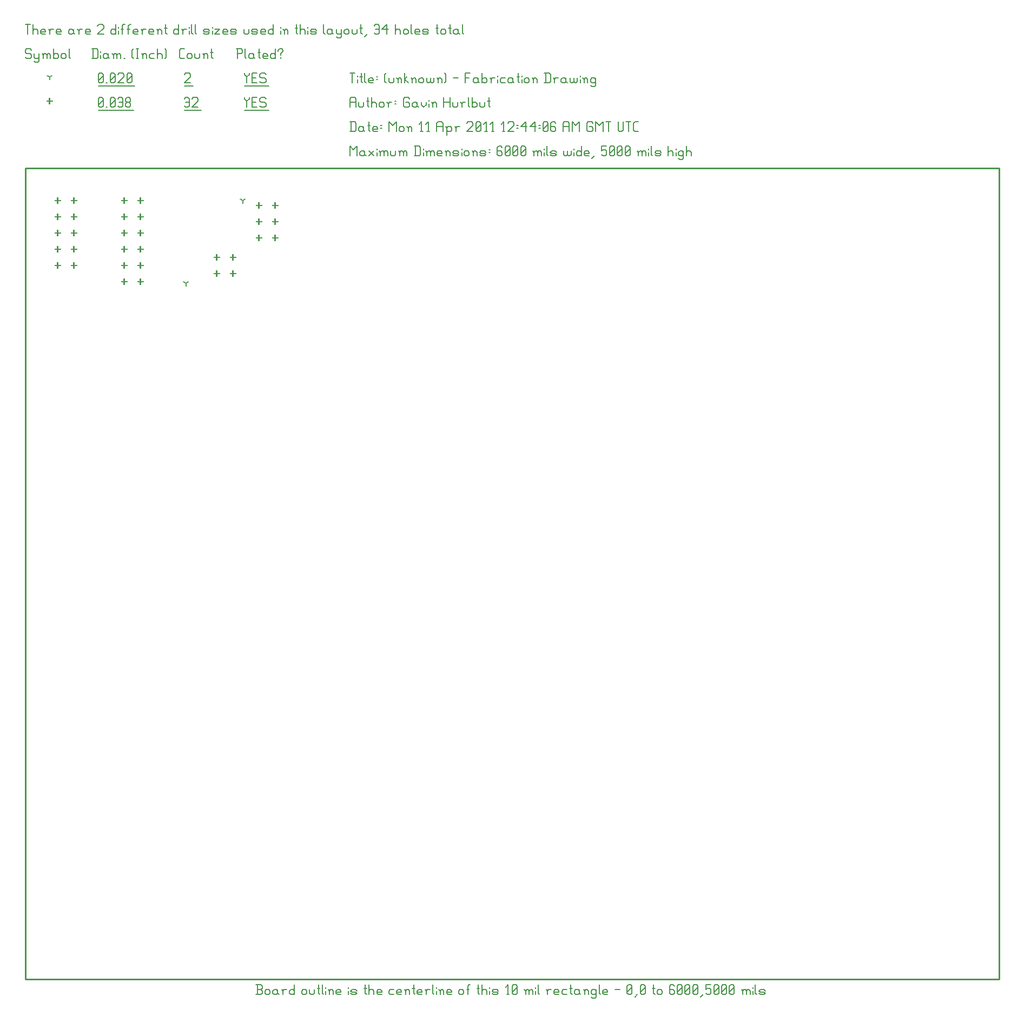
<source format=gbr>
G04 start of page 9 for group -3984 idx -3984 *
G04 Title: (unknown), fab *
G04 Creator: pcb 20091103 *
G04 CreationDate: Mon 11 Apr 2011 12:44:06 AM GMT UTC *
G04 For: gjhurlbu *
G04 Format: Gerber/RS-274X *
G04 PCB-Dimensions: 600000 500000 *
G04 PCB-Coordinate-Origin: lower left *
%MOIN*%
%FSLAX25Y25*%
%LNFAB*%
%ADD11C,0.0100*%
%ADD25R,0.0080X0.0080*%
%ADD26C,0.0060*%
G54D25*X118000Y446600D02*Y443400D01*
X116400Y445000D02*X119600D01*
X118000Y436600D02*Y433400D01*
X116400Y435000D02*X119600D01*
X128000Y446600D02*Y443400D01*
X126400Y445000D02*X129600D01*
X128000Y436600D02*Y433400D01*
X126400Y435000D02*X129600D01*
X144000Y478600D02*Y475400D01*
X142400Y477000D02*X145600D01*
X154000Y478600D02*Y475400D01*
X152400Y477000D02*X155600D01*
X144000Y468600D02*Y465400D01*
X142400Y467000D02*X145600D01*
X154000Y468600D02*Y465400D01*
X152400Y467000D02*X155600D01*
X144000Y458600D02*Y455400D01*
X142400Y457000D02*X145600D01*
X154000Y458600D02*Y455400D01*
X152400Y457000D02*X155600D01*
X61000Y481600D02*Y478400D01*
X59400Y480000D02*X62600D01*
X71000Y481600D02*Y478400D01*
X69400Y480000D02*X72600D01*
X61000Y471600D02*Y468400D01*
X59400Y470000D02*X62600D01*
X71000Y471600D02*Y468400D01*
X69400Y470000D02*X72600D01*
X61000Y461600D02*Y458400D01*
X59400Y460000D02*X62600D01*
X71000Y461600D02*Y458400D01*
X69400Y460000D02*X72600D01*
X61000Y451600D02*Y448400D01*
X59400Y450000D02*X62600D01*
X71000Y451600D02*Y448400D01*
X69400Y450000D02*X72600D01*
X61000Y441600D02*Y438400D01*
X59400Y440000D02*X62600D01*
X71000Y441600D02*Y438400D01*
X69400Y440000D02*X72600D01*
X61000Y431600D02*Y428400D01*
X59400Y430000D02*X62600D01*
X71000Y431600D02*Y428400D01*
X69400Y430000D02*X72600D01*
X20000Y481600D02*Y478400D01*
X18400Y480000D02*X21600D01*
X30000Y481600D02*Y478400D01*
X28400Y480000D02*X31600D01*
X20000Y471600D02*Y468400D01*
X18400Y470000D02*X21600D01*
X30000Y471600D02*Y468400D01*
X28400Y470000D02*X31600D01*
X20000Y461600D02*Y458400D01*
X18400Y460000D02*X21600D01*
X30000Y461600D02*Y458400D01*
X28400Y460000D02*X31600D01*
X20000Y451600D02*Y448400D01*
X18400Y450000D02*X21600D01*
X30000Y451600D02*Y448400D01*
X28400Y450000D02*X31600D01*
X20000Y441600D02*Y438400D01*
X18400Y440000D02*X21600D01*
X30000Y441600D02*Y438400D01*
X28400Y440000D02*X31600D01*
X15000Y542850D02*Y539650D01*
X13400Y541250D02*X16600D01*
G54D26*X135000Y543500D02*Y542750D01*
X136500Y541250D01*
X138000Y542750D01*
Y543500D02*Y542750D01*
X136500Y541250D02*Y537500D01*
X139801Y540500D02*X142051D01*
X139801Y537500D02*X142801D01*
X139801Y543500D02*Y537500D01*
Y543500D02*X142801D01*
X147603D02*X148353Y542750D01*
X145353Y543500D02*X147603D01*
X144603Y542750D02*X145353Y543500D01*
X144603Y542750D02*Y541250D01*
X145353Y540500D01*
X147603D01*
X148353Y539750D01*
Y538250D01*
X147603Y537500D02*X148353Y538250D01*
X145353Y537500D02*X147603D01*
X144603Y538250D02*X145353Y537500D01*
X135000Y535749D02*X150154D01*
X98000Y542750D02*X98750Y543500D01*
X100250D01*
X101000Y542750D01*
Y538250D01*
X100250Y537500D02*X101000Y538250D01*
X98750Y537500D02*X100250D01*
X98000Y538250D02*X98750Y537500D01*
Y540500D02*X101000D01*
X102801Y542750D02*X103551Y543500D01*
X105801D01*
X106551Y542750D01*
Y541250D01*
X102801Y537500D02*X106551Y541250D01*
X102801Y537500D02*X106551D01*
X98000Y535749D02*X108353D01*
X45000Y538250D02*X45750Y537500D01*
X45000Y542750D02*Y538250D01*
Y542750D02*X45750Y543500D01*
X47250D01*
X48000Y542750D01*
Y538250D01*
X47250Y537500D02*X48000Y538250D01*
X45750Y537500D02*X47250D01*
X45000Y539000D02*X48000Y542000D01*
X49801Y537500D02*X50551D01*
X52353Y538250D02*X53103Y537500D01*
X52353Y542750D02*Y538250D01*
Y542750D02*X53103Y543500D01*
X54603D01*
X55353Y542750D01*
Y538250D01*
X54603Y537500D02*X55353Y538250D01*
X53103Y537500D02*X54603D01*
X52353Y539000D02*X55353Y542000D01*
X57154Y542750D02*X57904Y543500D01*
X59404D01*
X60154Y542750D01*
Y538250D01*
X59404Y537500D02*X60154Y538250D01*
X57904Y537500D02*X59404D01*
X57154Y538250D02*X57904Y537500D01*
Y540500D02*X60154D01*
X61956Y538250D02*X62706Y537500D01*
X61956Y539750D02*Y538250D01*
Y539750D02*X62706Y540500D01*
X64206D01*
X64956Y539750D01*
Y538250D01*
X64206Y537500D02*X64956Y538250D01*
X62706Y537500D02*X64206D01*
X61956Y541250D02*X62706Y540500D01*
X61956Y542750D02*Y541250D01*
Y542750D02*X62706Y543500D01*
X64206D01*
X64956Y542750D01*
Y541250D01*
X64206Y540500D02*X64956Y541250D01*
X45000Y535749D02*X66757D01*
X134000Y480000D02*Y478400D01*
Y480000D02*X135386Y480800D01*
X134000Y480000D02*X132614Y480800D01*
X99000Y429000D02*Y427400D01*
Y429000D02*X100386Y429800D01*
X99000Y429000D02*X97614Y429800D01*
X15000Y556250D02*Y554650D01*
Y556250D02*X16386Y557050D01*
X15000Y556250D02*X13614Y557050D01*
X135000Y558500D02*Y557750D01*
X136500Y556250D01*
X138000Y557750D01*
Y558500D02*Y557750D01*
X136500Y556250D02*Y552500D01*
X139801Y555500D02*X142051D01*
X139801Y552500D02*X142801D01*
X139801Y558500D02*Y552500D01*
Y558500D02*X142801D01*
X147603D02*X148353Y557750D01*
X145353Y558500D02*X147603D01*
X144603Y557750D02*X145353Y558500D01*
X144603Y557750D02*Y556250D01*
X145353Y555500D01*
X147603D01*
X148353Y554750D01*
Y553250D01*
X147603Y552500D02*X148353Y553250D01*
X145353Y552500D02*X147603D01*
X144603Y553250D02*X145353Y552500D01*
X135000Y550749D02*X150154D01*
X98000Y557750D02*X98750Y558500D01*
X101000D01*
X101750Y557750D01*
Y556250D01*
X98000Y552500D02*X101750Y556250D01*
X98000Y552500D02*X101750D01*
X98000Y550749D02*X103551D01*
X45000Y553250D02*X45750Y552500D01*
X45000Y557750D02*Y553250D01*
Y557750D02*X45750Y558500D01*
X47250D01*
X48000Y557750D01*
Y553250D01*
X47250Y552500D02*X48000Y553250D01*
X45750Y552500D02*X47250D01*
X45000Y554000D02*X48000Y557000D01*
X49801Y552500D02*X50551D01*
X52353Y553250D02*X53103Y552500D01*
X52353Y557750D02*Y553250D01*
Y557750D02*X53103Y558500D01*
X54603D01*
X55353Y557750D01*
Y553250D01*
X54603Y552500D02*X55353Y553250D01*
X53103Y552500D02*X54603D01*
X52353Y554000D02*X55353Y557000D01*
X57154Y557750D02*X57904Y558500D01*
X60154D01*
X60904Y557750D01*
Y556250D01*
X57154Y552500D02*X60904Y556250D01*
X57154Y552500D02*X60904D01*
X62706Y553250D02*X63456Y552500D01*
X62706Y557750D02*Y553250D01*
Y557750D02*X63456Y558500D01*
X64956D01*
X65706Y557750D01*
Y553250D01*
X64956Y552500D02*X65706Y553250D01*
X63456Y552500D02*X64956D01*
X62706Y554000D02*X65706Y557000D01*
X45000Y550749D02*X67507D01*
X3000Y573500D02*X3750Y572750D01*
X750Y573500D02*X3000D01*
X0Y572750D02*X750Y573500D01*
X0Y572750D02*Y571250D01*
X750Y570500D01*
X3000D01*
X3750Y569750D01*
Y568250D01*
X3000Y567500D02*X3750Y568250D01*
X750Y567500D02*X3000D01*
X0Y568250D02*X750Y567500D01*
X5551Y570500D02*Y568250D01*
X6301Y567500D01*
X8551Y570500D02*Y566000D01*
X7801Y565250D02*X8551Y566000D01*
X6301Y565250D02*X7801D01*
X5551Y566000D02*X6301Y565250D01*
Y567500D02*X7801D01*
X8551Y568250D01*
X11103Y569750D02*Y567500D01*
Y569750D02*X11853Y570500D01*
X12603D01*
X13353Y569750D01*
Y567500D01*
Y569750D02*X14103Y570500D01*
X14853D01*
X15603Y569750D01*
Y567500D01*
X10353Y570500D02*X11103Y569750D01*
X17404Y573500D02*Y567500D01*
Y568250D02*X18154Y567500D01*
X19654D01*
X20404Y568250D01*
Y569750D02*Y568250D01*
X19654Y570500D02*X20404Y569750D01*
X18154Y570500D02*X19654D01*
X17404Y569750D02*X18154Y570500D01*
X22206Y569750D02*Y568250D01*
Y569750D02*X22956Y570500D01*
X24456D01*
X25206Y569750D01*
Y568250D01*
X24456Y567500D02*X25206Y568250D01*
X22956Y567500D02*X24456D01*
X22206Y568250D02*X22956Y567500D01*
X27007Y573500D02*Y568250D01*
X27757Y567500D01*
X41750Y573500D02*Y567500D01*
X44000Y573500D02*X44750Y572750D01*
Y568250D01*
X44000Y567500D02*X44750Y568250D01*
X41000Y567500D02*X44000D01*
X41000Y573500D02*X44000D01*
X46551Y572000D02*Y571250D01*
Y569750D02*Y567500D01*
X50303Y570500D02*X51053Y569750D01*
X48803Y570500D02*X50303D01*
X48053Y569750D02*X48803Y570500D01*
X48053Y569750D02*Y568250D01*
X48803Y567500D01*
X51053Y570500D02*Y568250D01*
X51803Y567500D01*
X48803D02*X50303D01*
X51053Y568250D01*
X54354Y569750D02*Y567500D01*
Y569750D02*X55104Y570500D01*
X55854D01*
X56604Y569750D01*
Y567500D01*
Y569750D02*X57354Y570500D01*
X58104D01*
X58854Y569750D01*
Y567500D01*
X53604Y570500D02*X54354Y569750D01*
X60656Y567500D02*X61406D01*
X65907Y568250D02*X66657Y567500D01*
X65907Y572750D02*X66657Y573500D01*
X65907Y572750D02*Y568250D01*
X68459Y573500D02*X69959D01*
X69209D02*Y567500D01*
X68459D02*X69959D01*
X72510Y569750D02*Y567500D01*
Y569750D02*X73260Y570500D01*
X74010D01*
X74760Y569750D01*
Y567500D01*
X71760Y570500D02*X72510Y569750D01*
X77312Y570500D02*X79562D01*
X76562Y569750D02*X77312Y570500D01*
X76562Y569750D02*Y568250D01*
X77312Y567500D01*
X79562D01*
X81363Y573500D02*Y567500D01*
Y569750D02*X82113Y570500D01*
X83613D01*
X84363Y569750D01*
Y567500D01*
X86165Y573500D02*X86915Y572750D01*
Y568250D01*
X86165Y567500D02*X86915Y568250D01*
X95750Y567500D02*X98000D01*
X95000Y568250D02*X95750Y567500D01*
X95000Y572750D02*Y568250D01*
Y572750D02*X95750Y573500D01*
X98000D01*
X99801Y569750D02*Y568250D01*
Y569750D02*X100551Y570500D01*
X102051D01*
X102801Y569750D01*
Y568250D01*
X102051Y567500D02*X102801Y568250D01*
X100551Y567500D02*X102051D01*
X99801Y568250D02*X100551Y567500D01*
X104603Y570500D02*Y568250D01*
X105353Y567500D01*
X106853D01*
X107603Y568250D01*
Y570500D02*Y568250D01*
X110154Y569750D02*Y567500D01*
Y569750D02*X110904Y570500D01*
X111654D01*
X112404Y569750D01*
Y567500D01*
X109404Y570500D02*X110154Y569750D01*
X114956Y573500D02*Y568250D01*
X115706Y567500D01*
X114206Y571250D02*X115706D01*
X130750Y573500D02*Y567500D01*
X130000Y573500D02*X133000D01*
X133750Y572750D01*
Y571250D01*
X133000Y570500D02*X133750Y571250D01*
X130750Y570500D02*X133000D01*
X135551Y573500D02*Y568250D01*
X136301Y567500D01*
X140053Y570500D02*X140803Y569750D01*
X138553Y570500D02*X140053D01*
X137803Y569750D02*X138553Y570500D01*
X137803Y569750D02*Y568250D01*
X138553Y567500D01*
X140803Y570500D02*Y568250D01*
X141553Y567500D01*
X138553D02*X140053D01*
X140803Y568250D01*
X144104Y573500D02*Y568250D01*
X144854Y567500D01*
X143354Y571250D02*X144854D01*
X147106Y567500D02*X149356D01*
X146356Y568250D02*X147106Y567500D01*
X146356Y569750D02*Y568250D01*
Y569750D02*X147106Y570500D01*
X148606D01*
X149356Y569750D01*
X146356Y569000D02*X149356D01*
Y569750D02*Y569000D01*
X154157Y573500D02*Y567500D01*
X153407D02*X154157Y568250D01*
X151907Y567500D02*X153407D01*
X151157Y568250D02*X151907Y567500D01*
X151157Y569750D02*Y568250D01*
Y569750D02*X151907Y570500D01*
X153407D01*
X154157Y569750D01*
X157459Y570500D02*Y569750D01*
Y568250D02*Y567500D01*
X155959Y572750D02*Y572000D01*
Y572750D02*X156709Y573500D01*
X158209D01*
X158959Y572750D01*
Y572000D01*
X157459Y570500D02*X158959Y572000D01*
X0Y588500D02*X3000D01*
X1500D02*Y582500D01*
X4801Y588500D02*Y582500D01*
Y584750D02*X5551Y585500D01*
X7051D01*
X7801Y584750D01*
Y582500D01*
X10353D02*X12603D01*
X9603Y583250D02*X10353Y582500D01*
X9603Y584750D02*Y583250D01*
Y584750D02*X10353Y585500D01*
X11853D01*
X12603Y584750D01*
X9603Y584000D02*X12603D01*
Y584750D02*Y584000D01*
X15154Y584750D02*Y582500D01*
Y584750D02*X15904Y585500D01*
X17404D01*
X14404D02*X15154Y584750D01*
X19956Y582500D02*X22206D01*
X19206Y583250D02*X19956Y582500D01*
X19206Y584750D02*Y583250D01*
Y584750D02*X19956Y585500D01*
X21456D01*
X22206Y584750D01*
X19206Y584000D02*X22206D01*
Y584750D02*Y584000D01*
X28957Y585500D02*X29707Y584750D01*
X27457Y585500D02*X28957D01*
X26707Y584750D02*X27457Y585500D01*
X26707Y584750D02*Y583250D01*
X27457Y582500D01*
X29707Y585500D02*Y583250D01*
X30457Y582500D01*
X27457D02*X28957D01*
X29707Y583250D01*
X33009Y584750D02*Y582500D01*
Y584750D02*X33759Y585500D01*
X35259D01*
X32259D02*X33009Y584750D01*
X37810Y582500D02*X40060D01*
X37060Y583250D02*X37810Y582500D01*
X37060Y584750D02*Y583250D01*
Y584750D02*X37810Y585500D01*
X39310D01*
X40060Y584750D01*
X37060Y584000D02*X40060D01*
Y584750D02*Y584000D01*
X44562Y587750D02*X45312Y588500D01*
X47562D01*
X48312Y587750D01*
Y586250D01*
X44562Y582500D02*X48312Y586250D01*
X44562Y582500D02*X48312D01*
X55813Y588500D02*Y582500D01*
X55063D02*X55813Y583250D01*
X53563Y582500D02*X55063D01*
X52813Y583250D02*X53563Y582500D01*
X52813Y584750D02*Y583250D01*
Y584750D02*X53563Y585500D01*
X55063D01*
X55813Y584750D01*
X57615Y587000D02*Y586250D01*
Y584750D02*Y582500D01*
X59866Y587750D02*Y582500D01*
Y587750D02*X60616Y588500D01*
X61366D01*
X59116Y585500D02*X60616D01*
X63618Y587750D02*Y582500D01*
Y587750D02*X64368Y588500D01*
X65118D01*
X62868Y585500D02*X64368D01*
X67369Y582500D02*X69619D01*
X66619Y583250D02*X67369Y582500D01*
X66619Y584750D02*Y583250D01*
Y584750D02*X67369Y585500D01*
X68869D01*
X69619Y584750D01*
X66619Y584000D02*X69619D01*
Y584750D02*Y584000D01*
X72171Y584750D02*Y582500D01*
Y584750D02*X72921Y585500D01*
X74421D01*
X71421D02*X72171Y584750D01*
X76972Y582500D02*X79222D01*
X76222Y583250D02*X76972Y582500D01*
X76222Y584750D02*Y583250D01*
Y584750D02*X76972Y585500D01*
X78472D01*
X79222Y584750D01*
X76222Y584000D02*X79222D01*
Y584750D02*Y584000D01*
X81774Y584750D02*Y582500D01*
Y584750D02*X82524Y585500D01*
X83274D01*
X84024Y584750D01*
Y582500D01*
X81024Y585500D02*X81774Y584750D01*
X86575Y588500D02*Y583250D01*
X87325Y582500D01*
X85825Y586250D02*X87325D01*
X94527Y588500D02*Y582500D01*
X93777D02*X94527Y583250D01*
X92277Y582500D02*X93777D01*
X91527Y583250D02*X92277Y582500D01*
X91527Y584750D02*Y583250D01*
Y584750D02*X92277Y585500D01*
X93777D01*
X94527Y584750D01*
X97078D02*Y582500D01*
Y584750D02*X97828Y585500D01*
X99328D01*
X96328D02*X97078Y584750D01*
X101130Y587000D02*Y586250D01*
Y584750D02*Y582500D01*
X102631Y588500D02*Y583250D01*
X103381Y582500D01*
X104883Y588500D02*Y583250D01*
X105633Y582500D01*
X110584D02*X112834D01*
X113584Y583250D01*
X112834Y584000D02*X113584Y583250D01*
X110584Y584000D02*X112834D01*
X109834Y584750D02*X110584Y584000D01*
X109834Y584750D02*X110584Y585500D01*
X112834D01*
X113584Y584750D01*
X109834Y583250D02*X110584Y582500D01*
X115386Y587000D02*Y586250D01*
Y584750D02*Y582500D01*
X116887Y585500D02*X119887D01*
X116887Y582500D02*X119887Y585500D01*
X116887Y582500D02*X119887D01*
X122439D02*X124689D01*
X121689Y583250D02*X122439Y582500D01*
X121689Y584750D02*Y583250D01*
Y584750D02*X122439Y585500D01*
X123939D01*
X124689Y584750D01*
X121689Y584000D02*X124689D01*
Y584750D02*Y584000D01*
X127240Y582500D02*X129490D01*
X130240Y583250D01*
X129490Y584000D02*X130240Y583250D01*
X127240Y584000D02*X129490D01*
X126490Y584750D02*X127240Y584000D01*
X126490Y584750D02*X127240Y585500D01*
X129490D01*
X130240Y584750D01*
X126490Y583250D02*X127240Y582500D01*
X134742Y585500D02*Y583250D01*
X135492Y582500D01*
X136992D01*
X137742Y583250D01*
Y585500D02*Y583250D01*
X140293Y582500D02*X142543D01*
X143293Y583250D01*
X142543Y584000D02*X143293Y583250D01*
X140293Y584000D02*X142543D01*
X139543Y584750D02*X140293Y584000D01*
X139543Y584750D02*X140293Y585500D01*
X142543D01*
X143293Y584750D01*
X139543Y583250D02*X140293Y582500D01*
X145845D02*X148095D01*
X145095Y583250D02*X145845Y582500D01*
X145095Y584750D02*Y583250D01*
Y584750D02*X145845Y585500D01*
X147345D01*
X148095Y584750D01*
X145095Y584000D02*X148095D01*
Y584750D02*Y584000D01*
X152896Y588500D02*Y582500D01*
X152146D02*X152896Y583250D01*
X150646Y582500D02*X152146D01*
X149896Y583250D02*X150646Y582500D01*
X149896Y584750D02*Y583250D01*
Y584750D02*X150646Y585500D01*
X152146D01*
X152896Y584750D01*
X157398Y587000D02*Y586250D01*
Y584750D02*Y582500D01*
X159649Y584750D02*Y582500D01*
Y584750D02*X160399Y585500D01*
X161149D01*
X161899Y584750D01*
Y582500D01*
X158899Y585500D02*X159649Y584750D01*
X167151Y588500D02*Y583250D01*
X167901Y582500D01*
X166401Y586250D02*X167901D01*
X169402Y588500D02*Y582500D01*
Y584750D02*X170152Y585500D01*
X171652D01*
X172402Y584750D01*
Y582500D01*
X174204Y587000D02*Y586250D01*
Y584750D02*Y582500D01*
X176455D02*X178705D01*
X179455Y583250D01*
X178705Y584000D02*X179455Y583250D01*
X176455Y584000D02*X178705D01*
X175705Y584750D02*X176455Y584000D01*
X175705Y584750D02*X176455Y585500D01*
X178705D01*
X179455Y584750D01*
X175705Y583250D02*X176455Y582500D01*
X183957Y588500D02*Y583250D01*
X184707Y582500D01*
X188458Y585500D02*X189208Y584750D01*
X186958Y585500D02*X188458D01*
X186208Y584750D02*X186958Y585500D01*
X186208Y584750D02*Y583250D01*
X186958Y582500D01*
X189208Y585500D02*Y583250D01*
X189958Y582500D01*
X186958D02*X188458D01*
X189208Y583250D01*
X191760Y585500D02*Y583250D01*
X192510Y582500D01*
X194760Y585500D02*Y581000D01*
X194010Y580250D02*X194760Y581000D01*
X192510Y580250D02*X194010D01*
X191760Y581000D02*X192510Y580250D01*
Y582500D02*X194010D01*
X194760Y583250D01*
X196561Y584750D02*Y583250D01*
Y584750D02*X197311Y585500D01*
X198811D01*
X199561Y584750D01*
Y583250D01*
X198811Y582500D02*X199561Y583250D01*
X197311Y582500D02*X198811D01*
X196561Y583250D02*X197311Y582500D01*
X201363Y585500D02*Y583250D01*
X202113Y582500D01*
X203613D01*
X204363Y583250D01*
Y585500D02*Y583250D01*
X206914Y588500D02*Y583250D01*
X207664Y582500D01*
X206164Y586250D02*X207664D01*
X209166Y581000D02*X210666Y582500D01*
X215167Y587750D02*X215917Y588500D01*
X217417D01*
X218167Y587750D01*
Y583250D01*
X217417Y582500D02*X218167Y583250D01*
X215917Y582500D02*X217417D01*
X215167Y583250D02*X215917Y582500D01*
Y585500D02*X218167D01*
X219969D02*X222969Y588500D01*
X219969Y585500D02*X223719D01*
X222969Y588500D02*Y582500D01*
X228220Y588500D02*Y582500D01*
Y584750D02*X228970Y585500D01*
X230470D01*
X231220Y584750D01*
Y582500D01*
X233022Y584750D02*Y583250D01*
Y584750D02*X233772Y585500D01*
X235272D01*
X236022Y584750D01*
Y583250D01*
X235272Y582500D02*X236022Y583250D01*
X233772Y582500D02*X235272D01*
X233022Y583250D02*X233772Y582500D01*
X237823Y588500D02*Y583250D01*
X238573Y582500D01*
X240825D02*X243075D01*
X240075Y583250D02*X240825Y582500D01*
X240075Y584750D02*Y583250D01*
Y584750D02*X240825Y585500D01*
X242325D01*
X243075Y584750D01*
X240075Y584000D02*X243075D01*
Y584750D02*Y584000D01*
X245626Y582500D02*X247876D01*
X248626Y583250D01*
X247876Y584000D02*X248626Y583250D01*
X245626Y584000D02*X247876D01*
X244876Y584750D02*X245626Y584000D01*
X244876Y584750D02*X245626Y585500D01*
X247876D01*
X248626Y584750D01*
X244876Y583250D02*X245626Y582500D01*
X253878Y588500D02*Y583250D01*
X254628Y582500D01*
X253128Y586250D02*X254628D01*
X256129Y584750D02*Y583250D01*
Y584750D02*X256879Y585500D01*
X258379D01*
X259129Y584750D01*
Y583250D01*
X258379Y582500D02*X259129Y583250D01*
X256879Y582500D02*X258379D01*
X256129Y583250D02*X256879Y582500D01*
X261681Y588500D02*Y583250D01*
X262431Y582500D01*
X260931Y586250D02*X262431D01*
X266182Y585500D02*X266932Y584750D01*
X264682Y585500D02*X266182D01*
X263932Y584750D02*X264682Y585500D01*
X263932Y584750D02*Y583250D01*
X264682Y582500D01*
X266932Y585500D02*Y583250D01*
X267682Y582500D01*
X264682D02*X266182D01*
X266932Y583250D01*
X269484Y588500D02*Y583250D01*
X270234Y582500D01*
G54D11*X0Y500000D02*X600000D01*
X0D02*Y0D01*
X600000Y500000D02*Y0D01*
X0D02*X600000D01*
G54D26*X200000Y513500D02*Y507500D01*
Y513500D02*X202250Y511250D01*
X204500Y513500D01*
Y507500D01*
X208551Y510500D02*X209301Y509750D01*
X207051Y510500D02*X208551D01*
X206301Y509750D02*X207051Y510500D01*
X206301Y509750D02*Y508250D01*
X207051Y507500D01*
X209301Y510500D02*Y508250D01*
X210051Y507500D01*
X207051D02*X208551D01*
X209301Y508250D01*
X211853Y510500D02*X214853Y507500D01*
X211853D02*X214853Y510500D01*
X216654Y512000D02*Y511250D01*
Y509750D02*Y507500D01*
X218906Y509750D02*Y507500D01*
Y509750D02*X219656Y510500D01*
X220406D01*
X221156Y509750D01*
Y507500D01*
Y509750D02*X221906Y510500D01*
X222656D01*
X223406Y509750D01*
Y507500D01*
X218156Y510500D02*X218906Y509750D01*
X225207Y510500D02*Y508250D01*
X225957Y507500D01*
X227457D01*
X228207Y508250D01*
Y510500D02*Y508250D01*
X230759Y509750D02*Y507500D01*
Y509750D02*X231509Y510500D01*
X232259D01*
X233009Y509750D01*
Y507500D01*
Y509750D02*X233759Y510500D01*
X234509D01*
X235259Y509750D01*
Y507500D01*
X230009Y510500D02*X230759Y509750D01*
X240510Y513500D02*Y507500D01*
X242760Y513500D02*X243510Y512750D01*
Y508250D01*
X242760Y507500D02*X243510Y508250D01*
X239760Y507500D02*X242760D01*
X239760Y513500D02*X242760D01*
X245312Y512000D02*Y511250D01*
Y509750D02*Y507500D01*
X247563Y509750D02*Y507500D01*
Y509750D02*X248313Y510500D01*
X249063D01*
X249813Y509750D01*
Y507500D01*
Y509750D02*X250563Y510500D01*
X251313D01*
X252063Y509750D01*
Y507500D01*
X246813Y510500D02*X247563Y509750D01*
X254615Y507500D02*X256865D01*
X253865Y508250D02*X254615Y507500D01*
X253865Y509750D02*Y508250D01*
Y509750D02*X254615Y510500D01*
X256115D01*
X256865Y509750D01*
X253865Y509000D02*X256865D01*
Y509750D02*Y509000D01*
X259416Y509750D02*Y507500D01*
Y509750D02*X260166Y510500D01*
X260916D01*
X261666Y509750D01*
Y507500D01*
X258666Y510500D02*X259416Y509750D01*
X264218Y507500D02*X266468D01*
X267218Y508250D01*
X266468Y509000D02*X267218Y508250D01*
X264218Y509000D02*X266468D01*
X263468Y509750D02*X264218Y509000D01*
X263468Y509750D02*X264218Y510500D01*
X266468D01*
X267218Y509750D01*
X263468Y508250D02*X264218Y507500D01*
X269019Y512000D02*Y511250D01*
Y509750D02*Y507500D01*
X270521Y509750D02*Y508250D01*
Y509750D02*X271271Y510500D01*
X272771D01*
X273521Y509750D01*
Y508250D01*
X272771Y507500D02*X273521Y508250D01*
X271271Y507500D02*X272771D01*
X270521Y508250D02*X271271Y507500D01*
X276072Y509750D02*Y507500D01*
Y509750D02*X276822Y510500D01*
X277572D01*
X278322Y509750D01*
Y507500D01*
X275322Y510500D02*X276072Y509750D01*
X280874Y507500D02*X283124D01*
X283874Y508250D01*
X283124Y509000D02*X283874Y508250D01*
X280874Y509000D02*X283124D01*
X280124Y509750D02*X280874Y509000D01*
X280124Y509750D02*X280874Y510500D01*
X283124D01*
X283874Y509750D01*
X280124Y508250D02*X280874Y507500D01*
X285675Y511250D02*X286425D01*
X285675Y509750D02*X286425D01*
X293177Y513500D02*X293927Y512750D01*
X291677Y513500D02*X293177D01*
X290927Y512750D02*X291677Y513500D01*
X290927Y512750D02*Y508250D01*
X291677Y507500D01*
X293177Y510500D02*X293927Y509750D01*
X290927Y510500D02*X293177D01*
X291677Y507500D02*X293177D01*
X293927Y508250D01*
Y509750D02*Y508250D01*
X295728D02*X296478Y507500D01*
X295728Y512750D02*Y508250D01*
Y512750D02*X296478Y513500D01*
X297978D01*
X298728Y512750D01*
Y508250D01*
X297978Y507500D02*X298728Y508250D01*
X296478Y507500D02*X297978D01*
X295728Y509000D02*X298728Y512000D01*
X300530Y508250D02*X301280Y507500D01*
X300530Y512750D02*Y508250D01*
Y512750D02*X301280Y513500D01*
X302780D01*
X303530Y512750D01*
Y508250D01*
X302780Y507500D02*X303530Y508250D01*
X301280Y507500D02*X302780D01*
X300530Y509000D02*X303530Y512000D01*
X305331Y508250D02*X306081Y507500D01*
X305331Y512750D02*Y508250D01*
Y512750D02*X306081Y513500D01*
X307581D01*
X308331Y512750D01*
Y508250D01*
X307581Y507500D02*X308331Y508250D01*
X306081Y507500D02*X307581D01*
X305331Y509000D02*X308331Y512000D01*
X313583Y509750D02*Y507500D01*
Y509750D02*X314333Y510500D01*
X315083D01*
X315833Y509750D01*
Y507500D01*
Y509750D02*X316583Y510500D01*
X317333D01*
X318083Y509750D01*
Y507500D01*
X312833Y510500D02*X313583Y509750D01*
X319884Y512000D02*Y511250D01*
Y509750D02*Y507500D01*
X321386Y513500D02*Y508250D01*
X322136Y507500D01*
X324387D02*X326637D01*
X327387Y508250D01*
X326637Y509000D02*X327387Y508250D01*
X324387Y509000D02*X326637D01*
X323637Y509750D02*X324387Y509000D01*
X323637Y509750D02*X324387Y510500D01*
X326637D01*
X327387Y509750D01*
X323637Y508250D02*X324387Y507500D01*
X331889Y510500D02*Y508250D01*
X332639Y507500D01*
X333389D01*
X334139Y508250D01*
Y510500D02*Y508250D01*
X334889Y507500D01*
X335639D01*
X336389Y508250D01*
Y510500D02*Y508250D01*
X338190Y512000D02*Y511250D01*
Y509750D02*Y507500D01*
X342692Y513500D02*Y507500D01*
X341942D02*X342692Y508250D01*
X340442Y507500D02*X341942D01*
X339692Y508250D02*X340442Y507500D01*
X339692Y509750D02*Y508250D01*
Y509750D02*X340442Y510500D01*
X341942D01*
X342692Y509750D01*
X345243Y507500D02*X347493D01*
X344493Y508250D02*X345243Y507500D01*
X344493Y509750D02*Y508250D01*
Y509750D02*X345243Y510500D01*
X346743D01*
X347493Y509750D01*
X344493Y509000D02*X347493D01*
Y509750D02*Y509000D01*
X349295Y506000D02*X350795Y507500D01*
X355296Y513500D02*X358296D01*
X355296D02*Y510500D01*
X356046Y511250D01*
X357546D01*
X358296Y510500D01*
Y508250D01*
X357546Y507500D02*X358296Y508250D01*
X356046Y507500D02*X357546D01*
X355296Y508250D02*X356046Y507500D01*
X360098Y508250D02*X360848Y507500D01*
X360098Y512750D02*Y508250D01*
Y512750D02*X360848Y513500D01*
X362348D01*
X363098Y512750D01*
Y508250D01*
X362348Y507500D02*X363098Y508250D01*
X360848Y507500D02*X362348D01*
X360098Y509000D02*X363098Y512000D01*
X364899Y508250D02*X365649Y507500D01*
X364899Y512750D02*Y508250D01*
Y512750D02*X365649Y513500D01*
X367149D01*
X367899Y512750D01*
Y508250D01*
X367149Y507500D02*X367899Y508250D01*
X365649Y507500D02*X367149D01*
X364899Y509000D02*X367899Y512000D01*
X369701Y508250D02*X370451Y507500D01*
X369701Y512750D02*Y508250D01*
Y512750D02*X370451Y513500D01*
X371951D01*
X372701Y512750D01*
Y508250D01*
X371951Y507500D02*X372701Y508250D01*
X370451Y507500D02*X371951D01*
X369701Y509000D02*X372701Y512000D01*
X377952Y509750D02*Y507500D01*
Y509750D02*X378702Y510500D01*
X379452D01*
X380202Y509750D01*
Y507500D01*
Y509750D02*X380952Y510500D01*
X381702D01*
X382452Y509750D01*
Y507500D01*
X377202Y510500D02*X377952Y509750D01*
X384254Y512000D02*Y511250D01*
Y509750D02*Y507500D01*
X385755Y513500D02*Y508250D01*
X386505Y507500D01*
X388757D02*X391007D01*
X391757Y508250D01*
X391007Y509000D02*X391757Y508250D01*
X388757Y509000D02*X391007D01*
X388007Y509750D02*X388757Y509000D01*
X388007Y509750D02*X388757Y510500D01*
X391007D01*
X391757Y509750D01*
X388007Y508250D02*X388757Y507500D01*
X396258Y513500D02*Y507500D01*
Y509750D02*X397008Y510500D01*
X398508D01*
X399258Y509750D01*
Y507500D01*
X401060Y512000D02*Y511250D01*
Y509750D02*Y507500D01*
X404811Y510500D02*X405561Y509750D01*
X403311Y510500D02*X404811D01*
X402561Y509750D02*X403311Y510500D01*
X402561Y509750D02*Y508250D01*
X403311Y507500D01*
X404811D01*
X405561Y508250D01*
X402561Y506000D02*X403311Y505250D01*
X404811D01*
X405561Y506000D01*
Y510500D02*Y506000D01*
X407363Y513500D02*Y507500D01*
Y509750D02*X408113Y510500D01*
X409613D01*
X410363Y509750D01*
Y507500D01*
X142226Y-9500D02*X145226D01*
X145976Y-8750D01*
Y-7250D02*Y-8750D01*
X145226Y-6500D02*X145976Y-7250D01*
X142976Y-6500D02*X145226D01*
X142976Y-3500D02*Y-9500D01*
X142226Y-3500D02*X145226D01*
X145976Y-4250D01*
Y-5750D01*
X145226Y-6500D02*X145976Y-5750D01*
X147777Y-7250D02*Y-8750D01*
Y-7250D02*X148527Y-6500D01*
X150027D01*
X150777Y-7250D01*
Y-8750D01*
X150027Y-9500D02*X150777Y-8750D01*
X148527Y-9500D02*X150027D01*
X147777Y-8750D02*X148527Y-9500D01*
X154829Y-6500D02*X155579Y-7250D01*
X153329Y-6500D02*X154829D01*
X152579Y-7250D02*X153329Y-6500D01*
X152579Y-7250D02*Y-8750D01*
X153329Y-9500D01*
X155579Y-6500D02*Y-8750D01*
X156329Y-9500D01*
X153329D02*X154829D01*
X155579Y-8750D01*
X158880Y-7250D02*Y-9500D01*
Y-7250D02*X159630Y-6500D01*
X161130D01*
X158130D02*X158880Y-7250D01*
X165932Y-3500D02*Y-9500D01*
X165182D02*X165932Y-8750D01*
X163682Y-9500D02*X165182D01*
X162932Y-8750D02*X163682Y-9500D01*
X162932Y-7250D02*Y-8750D01*
Y-7250D02*X163682Y-6500D01*
X165182D01*
X165932Y-7250D01*
X170433D02*Y-8750D01*
Y-7250D02*X171183Y-6500D01*
X172683D01*
X173433Y-7250D01*
Y-8750D01*
X172683Y-9500D02*X173433Y-8750D01*
X171183Y-9500D02*X172683D01*
X170433Y-8750D02*X171183Y-9500D01*
X175235Y-6500D02*Y-8750D01*
X175985Y-9500D01*
X177485D01*
X178235Y-8750D01*
Y-6500D02*Y-8750D01*
X180786Y-3500D02*Y-8750D01*
X181536Y-9500D01*
X180036Y-5750D02*X181536D01*
X183038Y-3500D02*Y-8750D01*
X183788Y-9500D01*
X185289Y-5000D02*Y-5750D01*
Y-7250D02*Y-9500D01*
X187541Y-7250D02*Y-9500D01*
Y-7250D02*X188291Y-6500D01*
X189041D01*
X189791Y-7250D01*
Y-9500D01*
X186791Y-6500D02*X187541Y-7250D01*
X192342Y-9500D02*X194592D01*
X191592Y-8750D02*X192342Y-9500D01*
X191592Y-7250D02*Y-8750D01*
Y-7250D02*X192342Y-6500D01*
X193842D01*
X194592Y-7250D01*
X191592Y-8000D02*X194592D01*
Y-7250D02*Y-8000D01*
X199094Y-5000D02*Y-5750D01*
Y-7250D02*Y-9500D01*
X201345D02*X203595D01*
X204345Y-8750D01*
X203595Y-8000D02*X204345Y-8750D01*
X201345Y-8000D02*X203595D01*
X200595Y-7250D02*X201345Y-8000D01*
X200595Y-7250D02*X201345Y-6500D01*
X203595D01*
X204345Y-7250D01*
X200595Y-8750D02*X201345Y-9500D01*
X209597Y-3500D02*Y-8750D01*
X210347Y-9500D01*
X208847Y-5750D02*X210347D01*
X211848Y-3500D02*Y-9500D01*
Y-7250D02*X212598Y-6500D01*
X214098D01*
X214848Y-7250D01*
Y-9500D01*
X217400D02*X219650D01*
X216650Y-8750D02*X217400Y-9500D01*
X216650Y-7250D02*Y-8750D01*
Y-7250D02*X217400Y-6500D01*
X218900D01*
X219650Y-7250D01*
X216650Y-8000D02*X219650D01*
Y-7250D02*Y-8000D01*
X224901Y-6500D02*X227151D01*
X224151Y-7250D02*X224901Y-6500D01*
X224151Y-7250D02*Y-8750D01*
X224901Y-9500D01*
X227151D01*
X229703D02*X231953D01*
X228953Y-8750D02*X229703Y-9500D01*
X228953Y-7250D02*Y-8750D01*
Y-7250D02*X229703Y-6500D01*
X231203D01*
X231953Y-7250D01*
X228953Y-8000D02*X231953D01*
Y-7250D02*Y-8000D01*
X234504Y-7250D02*Y-9500D01*
Y-7250D02*X235254Y-6500D01*
X236004D01*
X236754Y-7250D01*
Y-9500D01*
X233754Y-6500D02*X234504Y-7250D01*
X239306Y-3500D02*Y-8750D01*
X240056Y-9500D01*
X238556Y-5750D02*X240056D01*
X242307Y-9500D02*X244557D01*
X241557Y-8750D02*X242307Y-9500D01*
X241557Y-7250D02*Y-8750D01*
Y-7250D02*X242307Y-6500D01*
X243807D01*
X244557Y-7250D01*
X241557Y-8000D02*X244557D01*
Y-7250D02*Y-8000D01*
X247109Y-7250D02*Y-9500D01*
Y-7250D02*X247859Y-6500D01*
X249359D01*
X246359D02*X247109Y-7250D01*
X251160Y-3500D02*Y-8750D01*
X251910Y-9500D01*
X253412Y-5000D02*Y-5750D01*
Y-7250D02*Y-9500D01*
X255663Y-7250D02*Y-9500D01*
Y-7250D02*X256413Y-6500D01*
X257163D01*
X257913Y-7250D01*
Y-9500D01*
X254913Y-6500D02*X255663Y-7250D01*
X260465Y-9500D02*X262715D01*
X259715Y-8750D02*X260465Y-9500D01*
X259715Y-7250D02*Y-8750D01*
Y-7250D02*X260465Y-6500D01*
X261965D01*
X262715Y-7250D01*
X259715Y-8000D02*X262715D01*
Y-7250D02*Y-8000D01*
X267216Y-7250D02*Y-8750D01*
Y-7250D02*X267966Y-6500D01*
X269466D01*
X270216Y-7250D01*
Y-8750D01*
X269466Y-9500D02*X270216Y-8750D01*
X267966Y-9500D02*X269466D01*
X267216Y-8750D02*X267966Y-9500D01*
X272768Y-4250D02*Y-9500D01*
Y-4250D02*X273518Y-3500D01*
X274268D01*
X272018Y-6500D02*X273518D01*
X279219Y-3500D02*Y-8750D01*
X279969Y-9500D01*
X278469Y-5750D02*X279969D01*
X281471Y-3500D02*Y-9500D01*
Y-7250D02*X282221Y-6500D01*
X283721D01*
X284471Y-7250D01*
Y-9500D01*
X286272Y-5000D02*Y-5750D01*
Y-7250D02*Y-9500D01*
X288524D02*X290774D01*
X291524Y-8750D01*
X290774Y-8000D02*X291524Y-8750D01*
X288524Y-8000D02*X290774D01*
X287774Y-7250D02*X288524Y-8000D01*
X287774Y-7250D02*X288524Y-6500D01*
X290774D01*
X291524Y-7250D01*
X287774Y-8750D02*X288524Y-9500D01*
X296775D02*X298275D01*
X297525Y-3500D02*Y-9500D01*
X296025Y-5000D02*X297525Y-3500D01*
X300077Y-8750D02*X300827Y-9500D01*
X300077Y-4250D02*Y-8750D01*
Y-4250D02*X300827Y-3500D01*
X302327D01*
X303077Y-4250D01*
Y-8750D01*
X302327Y-9500D02*X303077Y-8750D01*
X300827Y-9500D02*X302327D01*
X300077Y-8000D02*X303077Y-5000D01*
X308328Y-7250D02*Y-9500D01*
Y-7250D02*X309078Y-6500D01*
X309828D01*
X310578Y-7250D01*
Y-9500D01*
Y-7250D02*X311328Y-6500D01*
X312078D01*
X312828Y-7250D01*
Y-9500D01*
X307578Y-6500D02*X308328Y-7250D01*
X314630Y-5000D02*Y-5750D01*
Y-7250D02*Y-9500D01*
X316131Y-3500D02*Y-8750D01*
X316881Y-9500D01*
X321833Y-7250D02*Y-9500D01*
Y-7250D02*X322583Y-6500D01*
X324083D01*
X321083D02*X321833Y-7250D01*
X326634Y-9500D02*X328884D01*
X325884Y-8750D02*X326634Y-9500D01*
X325884Y-7250D02*Y-8750D01*
Y-7250D02*X326634Y-6500D01*
X328134D01*
X328884Y-7250D01*
X325884Y-8000D02*X328884D01*
Y-7250D02*Y-8000D01*
X331436Y-6500D02*X333686D01*
X330686Y-7250D02*X331436Y-6500D01*
X330686Y-7250D02*Y-8750D01*
X331436Y-9500D01*
X333686D01*
X336237Y-3500D02*Y-8750D01*
X336987Y-9500D01*
X335487Y-5750D02*X336987D01*
X340739Y-6500D02*X341489Y-7250D01*
X339239Y-6500D02*X340739D01*
X338489Y-7250D02*X339239Y-6500D01*
X338489Y-7250D02*Y-8750D01*
X339239Y-9500D01*
X341489Y-6500D02*Y-8750D01*
X342239Y-9500D01*
X339239D02*X340739D01*
X341489Y-8750D01*
X344790Y-7250D02*Y-9500D01*
Y-7250D02*X345540Y-6500D01*
X346290D01*
X347040Y-7250D01*
Y-9500D01*
X344040Y-6500D02*X344790Y-7250D01*
X351092Y-6500D02*X351842Y-7250D01*
X349592Y-6500D02*X351092D01*
X348842Y-7250D02*X349592Y-6500D01*
X348842Y-7250D02*Y-8750D01*
X349592Y-9500D01*
X351092D01*
X351842Y-8750D01*
X348842Y-11000D02*X349592Y-11750D01*
X351092D01*
X351842Y-11000D01*
Y-6500D02*Y-11000D01*
X353643Y-3500D02*Y-8750D01*
X354393Y-9500D01*
X356645D02*X358895D01*
X355895Y-8750D02*X356645Y-9500D01*
X355895Y-7250D02*Y-8750D01*
Y-7250D02*X356645Y-6500D01*
X358145D01*
X358895Y-7250D01*
X355895Y-8000D02*X358895D01*
Y-7250D02*Y-8000D01*
X363396Y-6500D02*X366396D01*
X370898Y-8750D02*X371648Y-9500D01*
X370898Y-4250D02*Y-8750D01*
Y-4250D02*X371648Y-3500D01*
X373148D01*
X373898Y-4250D01*
Y-8750D01*
X373148Y-9500D02*X373898Y-8750D01*
X371648Y-9500D02*X373148D01*
X370898Y-8000D02*X373898Y-5000D01*
X375699Y-11000D02*X377199Y-9500D01*
X379001Y-8750D02*X379751Y-9500D01*
X379001Y-4250D02*Y-8750D01*
Y-4250D02*X379751Y-3500D01*
X381251D01*
X382001Y-4250D01*
Y-8750D01*
X381251Y-9500D02*X382001Y-8750D01*
X379751Y-9500D02*X381251D01*
X379001Y-8000D02*X382001Y-5000D01*
X387252Y-3500D02*Y-8750D01*
X388002Y-9500D01*
X386502Y-5750D02*X388002D01*
X389504Y-7250D02*Y-8750D01*
Y-7250D02*X390254Y-6500D01*
X391754D01*
X392504Y-7250D01*
Y-8750D01*
X391754Y-9500D02*X392504Y-8750D01*
X390254Y-9500D02*X391754D01*
X389504Y-8750D02*X390254Y-9500D01*
X399255Y-3500D02*X400005Y-4250D01*
X397755Y-3500D02*X399255D01*
X397005Y-4250D02*X397755Y-3500D01*
X397005Y-4250D02*Y-8750D01*
X397755Y-9500D01*
X399255Y-6500D02*X400005Y-7250D01*
X397005Y-6500D02*X399255D01*
X397755Y-9500D02*X399255D01*
X400005Y-8750D01*
Y-7250D02*Y-8750D01*
X401807D02*X402557Y-9500D01*
X401807Y-4250D02*Y-8750D01*
Y-4250D02*X402557Y-3500D01*
X404057D01*
X404807Y-4250D01*
Y-8750D01*
X404057Y-9500D02*X404807Y-8750D01*
X402557Y-9500D02*X404057D01*
X401807Y-8000D02*X404807Y-5000D01*
X406608Y-8750D02*X407358Y-9500D01*
X406608Y-4250D02*Y-8750D01*
Y-4250D02*X407358Y-3500D01*
X408858D01*
X409608Y-4250D01*
Y-8750D01*
X408858Y-9500D02*X409608Y-8750D01*
X407358Y-9500D02*X408858D01*
X406608Y-8000D02*X409608Y-5000D01*
X411410Y-8750D02*X412160Y-9500D01*
X411410Y-4250D02*Y-8750D01*
Y-4250D02*X412160Y-3500D01*
X413660D01*
X414410Y-4250D01*
Y-8750D01*
X413660Y-9500D02*X414410Y-8750D01*
X412160Y-9500D02*X413660D01*
X411410Y-8000D02*X414410Y-5000D01*
X416211Y-11000D02*X417711Y-9500D01*
X419513Y-3500D02*X422513D01*
X419513D02*Y-6500D01*
X420263Y-5750D01*
X421763D01*
X422513Y-6500D01*
Y-8750D01*
X421763Y-9500D02*X422513Y-8750D01*
X420263Y-9500D02*X421763D01*
X419513Y-8750D02*X420263Y-9500D01*
X424314Y-8750D02*X425064Y-9500D01*
X424314Y-4250D02*Y-8750D01*
Y-4250D02*X425064Y-3500D01*
X426564D01*
X427314Y-4250D01*
Y-8750D01*
X426564Y-9500D02*X427314Y-8750D01*
X425064Y-9500D02*X426564D01*
X424314Y-8000D02*X427314Y-5000D01*
X429116Y-8750D02*X429866Y-9500D01*
X429116Y-4250D02*Y-8750D01*
Y-4250D02*X429866Y-3500D01*
X431366D01*
X432116Y-4250D01*
Y-8750D01*
X431366Y-9500D02*X432116Y-8750D01*
X429866Y-9500D02*X431366D01*
X429116Y-8000D02*X432116Y-5000D01*
X433917Y-8750D02*X434667Y-9500D01*
X433917Y-4250D02*Y-8750D01*
Y-4250D02*X434667Y-3500D01*
X436167D01*
X436917Y-4250D01*
Y-8750D01*
X436167Y-9500D02*X436917Y-8750D01*
X434667Y-9500D02*X436167D01*
X433917Y-8000D02*X436917Y-5000D01*
X442169Y-7250D02*Y-9500D01*
Y-7250D02*X442919Y-6500D01*
X443669D01*
X444419Y-7250D01*
Y-9500D01*
Y-7250D02*X445169Y-6500D01*
X445919D01*
X446669Y-7250D01*
Y-9500D01*
X441419Y-6500D02*X442169Y-7250D01*
X448470Y-5000D02*Y-5750D01*
Y-7250D02*Y-9500D01*
X449972Y-3500D02*Y-8750D01*
X450722Y-9500D01*
X452973D02*X455223D01*
X455973Y-8750D01*
X455223Y-8000D02*X455973Y-8750D01*
X452973Y-8000D02*X455223D01*
X452223Y-7250D02*X452973Y-8000D01*
X452223Y-7250D02*X452973Y-6500D01*
X455223D01*
X455973Y-7250D01*
X452223Y-8750D02*X452973Y-9500D01*
X200750Y528500D02*Y522500D01*
X203000Y528500D02*X203750Y527750D01*
Y523250D01*
X203000Y522500D02*X203750Y523250D01*
X200000Y522500D02*X203000D01*
X200000Y528500D02*X203000D01*
X207801Y525500D02*X208551Y524750D01*
X206301Y525500D02*X207801D01*
X205551Y524750D02*X206301Y525500D01*
X205551Y524750D02*Y523250D01*
X206301Y522500D01*
X208551Y525500D02*Y523250D01*
X209301Y522500D01*
X206301D02*X207801D01*
X208551Y523250D01*
X211853Y528500D02*Y523250D01*
X212603Y522500D01*
X211103Y526250D02*X212603D01*
X214854Y522500D02*X217104D01*
X214104Y523250D02*X214854Y522500D01*
X214104Y524750D02*Y523250D01*
Y524750D02*X214854Y525500D01*
X216354D01*
X217104Y524750D01*
X214104Y524000D02*X217104D01*
Y524750D02*Y524000D01*
X218906Y526250D02*X219656D01*
X218906Y524750D02*X219656D01*
X224157Y528500D02*Y522500D01*
Y528500D02*X226407Y526250D01*
X228657Y528500D01*
Y522500D01*
X230459Y524750D02*Y523250D01*
Y524750D02*X231209Y525500D01*
X232709D01*
X233459Y524750D01*
Y523250D01*
X232709Y522500D02*X233459Y523250D01*
X231209Y522500D02*X232709D01*
X230459Y523250D02*X231209Y522500D01*
X236010Y524750D02*Y522500D01*
Y524750D02*X236760Y525500D01*
X237510D01*
X238260Y524750D01*
Y522500D01*
X235260Y525500D02*X236010Y524750D01*
X243512Y522500D02*X245012D01*
X244262Y528500D02*Y522500D01*
X242762Y527000D02*X244262Y528500D01*
X247563Y522500D02*X249063D01*
X248313Y528500D02*Y522500D01*
X246813Y527000D02*X248313Y528500D01*
X253565Y527750D02*Y522500D01*
Y527750D02*X254315Y528500D01*
X256565D01*
X257315Y527750D01*
Y522500D01*
X253565Y525500D02*X257315D01*
X259866Y524750D02*Y520250D01*
X259116Y525500D02*X259866Y524750D01*
X260616Y525500D01*
X262116D01*
X262866Y524750D01*
Y523250D01*
X262116Y522500D02*X262866Y523250D01*
X260616Y522500D02*X262116D01*
X259866Y523250D02*X260616Y522500D01*
X265418Y524750D02*Y522500D01*
Y524750D02*X266168Y525500D01*
X267668D01*
X264668D02*X265418Y524750D01*
X272169Y527750D02*X272919Y528500D01*
X275169D01*
X275919Y527750D01*
Y526250D01*
X272169Y522500D02*X275919Y526250D01*
X272169Y522500D02*X275919D01*
X277721Y523250D02*X278471Y522500D01*
X277721Y527750D02*Y523250D01*
Y527750D02*X278471Y528500D01*
X279971D01*
X280721Y527750D01*
Y523250D01*
X279971Y522500D02*X280721Y523250D01*
X278471Y522500D02*X279971D01*
X277721Y524000D02*X280721Y527000D01*
X283272Y522500D02*X284772D01*
X284022Y528500D02*Y522500D01*
X282522Y527000D02*X284022Y528500D01*
X287324Y522500D02*X288824D01*
X288074Y528500D02*Y522500D01*
X286574Y527000D02*X288074Y528500D01*
X294075Y522500D02*X295575D01*
X294825Y528500D02*Y522500D01*
X293325Y527000D02*X294825Y528500D01*
X297377Y527750D02*X298127Y528500D01*
X300377D01*
X301127Y527750D01*
Y526250D01*
X297377Y522500D02*X301127Y526250D01*
X297377Y522500D02*X301127D01*
X302928Y526250D02*X303678D01*
X302928Y524750D02*X303678D01*
X305480Y525500D02*X308480Y528500D01*
X305480Y525500D02*X309230D01*
X308480Y528500D02*Y522500D01*
X311031Y525500D02*X314031Y528500D01*
X311031Y525500D02*X314781D01*
X314031Y528500D02*Y522500D01*
X316583Y526250D02*X317333D01*
X316583Y524750D02*X317333D01*
X319134Y523250D02*X319884Y522500D01*
X319134Y527750D02*Y523250D01*
Y527750D02*X319884Y528500D01*
X321384D01*
X322134Y527750D01*
Y523250D01*
X321384Y522500D02*X322134Y523250D01*
X319884Y522500D02*X321384D01*
X319134Y524000D02*X322134Y527000D01*
X326186Y528500D02*X326936Y527750D01*
X324686Y528500D02*X326186D01*
X323936Y527750D02*X324686Y528500D01*
X323936Y527750D02*Y523250D01*
X324686Y522500D01*
X326186Y525500D02*X326936Y524750D01*
X323936Y525500D02*X326186D01*
X324686Y522500D02*X326186D01*
X326936Y523250D01*
Y524750D02*Y523250D01*
X331437Y527750D02*Y522500D01*
Y527750D02*X332187Y528500D01*
X334437D01*
X335187Y527750D01*
Y522500D01*
X331437Y525500D02*X335187D01*
X336989Y528500D02*Y522500D01*
Y528500D02*X339239Y526250D01*
X341489Y528500D01*
Y522500D01*
X348990Y528500D02*X349740Y527750D01*
X346740Y528500D02*X348990D01*
X345990Y527750D02*X346740Y528500D01*
X345990Y527750D02*Y523250D01*
X346740Y522500D01*
X348990D01*
X349740Y523250D01*
Y524750D02*Y523250D01*
X348990Y525500D02*X349740Y524750D01*
X347490Y525500D02*X348990D01*
X351542Y528500D02*Y522500D01*
Y528500D02*X353792Y526250D01*
X356042Y528500D01*
Y522500D01*
X357843Y528500D02*X360843D01*
X359343D02*Y522500D01*
X365345Y528500D02*Y523250D01*
X366095Y522500D01*
X367595D01*
X368345Y523250D01*
Y528500D02*Y523250D01*
X370146Y528500D02*X373146D01*
X371646D02*Y522500D01*
X375698D02*X377948D01*
X374948Y523250D02*X375698Y522500D01*
X374948Y527750D02*Y523250D01*
Y527750D02*X375698Y528500D01*
X377948D01*
X200000Y542750D02*Y537500D01*
Y542750D02*X200750Y543500D01*
X203000D01*
X203750Y542750D01*
Y537500D01*
X200000Y540500D02*X203750D01*
X205551D02*Y538250D01*
X206301Y537500D01*
X207801D01*
X208551Y538250D01*
Y540500D02*Y538250D01*
X211103Y543500D02*Y538250D01*
X211853Y537500D01*
X210353Y541250D02*X211853D01*
X213354Y543500D02*Y537500D01*
Y539750D02*X214104Y540500D01*
X215604D01*
X216354Y539750D01*
Y537500D01*
X218156Y539750D02*Y538250D01*
Y539750D02*X218906Y540500D01*
X220406D01*
X221156Y539750D01*
Y538250D01*
X220406Y537500D02*X221156Y538250D01*
X218906Y537500D02*X220406D01*
X218156Y538250D02*X218906Y537500D01*
X223707Y539750D02*Y537500D01*
Y539750D02*X224457Y540500D01*
X225957D01*
X222957D02*X223707Y539750D01*
X227759Y541250D02*X228509D01*
X227759Y539750D02*X228509D01*
X236010Y543500D02*X236760Y542750D01*
X233760Y543500D02*X236010D01*
X233010Y542750D02*X233760Y543500D01*
X233010Y542750D02*Y538250D01*
X233760Y537500D01*
X236010D01*
X236760Y538250D01*
Y539750D02*Y538250D01*
X236010Y540500D02*X236760Y539750D01*
X234510Y540500D02*X236010D01*
X240812D02*X241562Y539750D01*
X239312Y540500D02*X240812D01*
X238562Y539750D02*X239312Y540500D01*
X238562Y539750D02*Y538250D01*
X239312Y537500D01*
X241562Y540500D02*Y538250D01*
X242312Y537500D01*
X239312D02*X240812D01*
X241562Y538250D01*
X244113Y540500D02*Y539000D01*
X245613Y537500D01*
X247113Y539000D01*
Y540500D02*Y539000D01*
X248915Y542000D02*Y541250D01*
Y539750D02*Y537500D01*
X251166Y539750D02*Y537500D01*
Y539750D02*X251916Y540500D01*
X252666D01*
X253416Y539750D01*
Y537500D01*
X250416Y540500D02*X251166Y539750D01*
X257918Y543500D02*Y537500D01*
X261668Y543500D02*Y537500D01*
X257918Y540500D02*X261668D01*
X263469D02*Y538250D01*
X264219Y537500D01*
X265719D01*
X266469Y538250D01*
Y540500D02*Y538250D01*
X269021Y539750D02*Y537500D01*
Y539750D02*X269771Y540500D01*
X271271D01*
X268271D02*X269021Y539750D01*
X273072Y543500D02*Y538250D01*
X273822Y537500D01*
X275324Y543500D02*Y537500D01*
Y538250D02*X276074Y537500D01*
X277574D01*
X278324Y538250D01*
Y539750D02*Y538250D01*
X277574Y540500D02*X278324Y539750D01*
X276074Y540500D02*X277574D01*
X275324Y539750D02*X276074Y540500D01*
X280125D02*Y538250D01*
X280875Y537500D01*
X282375D01*
X283125Y538250D01*
Y540500D02*Y538250D01*
X285677Y543500D02*Y538250D01*
X286427Y537500D01*
X284927Y541250D02*X286427D01*
X200000Y558500D02*X203000D01*
X201500D02*Y552500D01*
X204801Y557000D02*Y556250D01*
Y554750D02*Y552500D01*
X207053Y558500D02*Y553250D01*
X207803Y552500D01*
X206303Y556250D02*X207803D01*
X209304Y558500D02*Y553250D01*
X210054Y552500D01*
X212306D02*X214556D01*
X211556Y553250D02*X212306Y552500D01*
X211556Y554750D02*Y553250D01*
Y554750D02*X212306Y555500D01*
X213806D01*
X214556Y554750D01*
X211556Y554000D02*X214556D01*
Y554750D02*Y554000D01*
X216357Y556250D02*X217107D01*
X216357Y554750D02*X217107D01*
X221609Y553250D02*X222359Y552500D01*
X221609Y557750D02*X222359Y558500D01*
X221609Y557750D02*Y553250D01*
X224160Y555500D02*Y553250D01*
X224910Y552500D01*
X226410D01*
X227160Y553250D01*
Y555500D02*Y553250D01*
X229712Y554750D02*Y552500D01*
Y554750D02*X230462Y555500D01*
X231212D01*
X231962Y554750D01*
Y552500D01*
X228962Y555500D02*X229712Y554750D01*
X233763Y558500D02*Y552500D01*
Y554750D02*X236013Y552500D01*
X233763Y554750D02*X235263Y556250D01*
X238565Y554750D02*Y552500D01*
Y554750D02*X239315Y555500D01*
X240065D01*
X240815Y554750D01*
Y552500D01*
X237815Y555500D02*X238565Y554750D01*
X242616D02*Y553250D01*
Y554750D02*X243366Y555500D01*
X244866D01*
X245616Y554750D01*
Y553250D01*
X244866Y552500D02*X245616Y553250D01*
X243366Y552500D02*X244866D01*
X242616Y553250D02*X243366Y552500D01*
X247418Y555500D02*Y553250D01*
X248168Y552500D01*
X248918D01*
X249668Y553250D01*
Y555500D02*Y553250D01*
X250418Y552500D01*
X251168D01*
X251918Y553250D01*
Y555500D02*Y553250D01*
X254469Y554750D02*Y552500D01*
Y554750D02*X255219Y555500D01*
X255969D01*
X256719Y554750D01*
Y552500D01*
X253719Y555500D02*X254469Y554750D01*
X258521Y558500D02*X259271Y557750D01*
Y553250D01*
X258521Y552500D02*X259271Y553250D01*
X263772Y555500D02*X266772D01*
X271274Y558500D02*Y552500D01*
Y558500D02*X274274D01*
X271274Y555500D02*X273524D01*
X278325D02*X279075Y554750D01*
X276825Y555500D02*X278325D01*
X276075Y554750D02*X276825Y555500D01*
X276075Y554750D02*Y553250D01*
X276825Y552500D01*
X279075Y555500D02*Y553250D01*
X279825Y552500D01*
X276825D02*X278325D01*
X279075Y553250D01*
X281627Y558500D02*Y552500D01*
Y553250D02*X282377Y552500D01*
X283877D01*
X284627Y553250D01*
Y554750D02*Y553250D01*
X283877Y555500D02*X284627Y554750D01*
X282377Y555500D02*X283877D01*
X281627Y554750D02*X282377Y555500D01*
X287178Y554750D02*Y552500D01*
Y554750D02*X287928Y555500D01*
X289428D01*
X286428D02*X287178Y554750D01*
X291230Y557000D02*Y556250D01*
Y554750D02*Y552500D01*
X293481Y555500D02*X295731D01*
X292731Y554750D02*X293481Y555500D01*
X292731Y554750D02*Y553250D01*
X293481Y552500D01*
X295731D01*
X299783Y555500D02*X300533Y554750D01*
X298283Y555500D02*X299783D01*
X297533Y554750D02*X298283Y555500D01*
X297533Y554750D02*Y553250D01*
X298283Y552500D01*
X300533Y555500D02*Y553250D01*
X301283Y552500D01*
X298283D02*X299783D01*
X300533Y553250D01*
X303834Y558500D02*Y553250D01*
X304584Y552500D01*
X303084Y556250D02*X304584D01*
X306086Y557000D02*Y556250D01*
Y554750D02*Y552500D01*
X307587Y554750D02*Y553250D01*
Y554750D02*X308337Y555500D01*
X309837D01*
X310587Y554750D01*
Y553250D01*
X309837Y552500D02*X310587Y553250D01*
X308337Y552500D02*X309837D01*
X307587Y553250D02*X308337Y552500D01*
X313139Y554750D02*Y552500D01*
Y554750D02*X313889Y555500D01*
X314639D01*
X315389Y554750D01*
Y552500D01*
X312389Y555500D02*X313139Y554750D01*
X320640Y558500D02*Y552500D01*
X322890Y558500D02*X323640Y557750D01*
Y553250D01*
X322890Y552500D02*X323640Y553250D01*
X319890Y552500D02*X322890D01*
X319890Y558500D02*X322890D01*
X326192Y554750D02*Y552500D01*
Y554750D02*X326942Y555500D01*
X328442D01*
X325442D02*X326192Y554750D01*
X332493Y555500D02*X333243Y554750D01*
X330993Y555500D02*X332493D01*
X330243Y554750D02*X330993Y555500D01*
X330243Y554750D02*Y553250D01*
X330993Y552500D01*
X333243Y555500D02*Y553250D01*
X333993Y552500D01*
X330993D02*X332493D01*
X333243Y553250D01*
X335795Y555500D02*Y553250D01*
X336545Y552500D01*
X337295D01*
X338045Y553250D01*
Y555500D02*Y553250D01*
X338795Y552500D01*
X339545D01*
X340295Y553250D01*
Y555500D02*Y553250D01*
X342096Y557000D02*Y556250D01*
Y554750D02*Y552500D01*
X344348Y554750D02*Y552500D01*
Y554750D02*X345098Y555500D01*
X345848D01*
X346598Y554750D01*
Y552500D01*
X343598Y555500D02*X344348Y554750D01*
X350649Y555500D02*X351399Y554750D01*
X349149Y555500D02*X350649D01*
X348399Y554750D02*X349149Y555500D01*
X348399Y554750D02*Y553250D01*
X349149Y552500D01*
X350649D01*
X351399Y553250D01*
X348399Y551000D02*X349149Y550250D01*
X350649D01*
X351399Y551000D01*
Y555500D02*Y551000D01*
M02*

</source>
